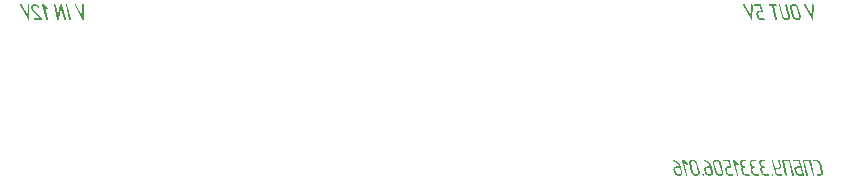
<source format=gbo>
G04*
G04 #@! TF.GenerationSoftware,Altium Limited,Altium Designer,19.1.6 (110)*
G04*
G04 Layer_Color=32896*
%FSLAX43Y43*%
%MOMM*%
G71*
G01*
G75*
G36*
X54064Y85669D02*
X54101Y85663D01*
X54134Y85653D01*
X54164Y85644D01*
X54189Y85634D01*
X54209Y85624D01*
X54214Y85622D01*
X54220Y85618D01*
X54222Y85616D01*
X54224D01*
X54261Y85591D01*
X54294Y85564D01*
X54324Y85533D01*
X54347Y85503D01*
X54369Y85478D01*
X54384Y85456D01*
X54388Y85449D01*
X54392Y85443D01*
X54396Y85439D01*
Y85437D01*
X54404Y85417D01*
X54406Y85406D01*
Y85396D01*
X54402Y85380D01*
X54396Y85369D01*
X54394Y85367D01*
Y85365D01*
X54376Y85353D01*
X54359Y85347D01*
X54351D01*
X54345Y85345D01*
X54339D01*
X54324Y85349D01*
X54310Y85353D01*
X54302Y85357D01*
X54300Y85359D01*
X54289Y85367D01*
X54279Y85376D01*
X54273Y85384D01*
X54271Y85388D01*
X54252Y85417D01*
X54232Y85441D01*
X54213Y85460D01*
X54195Y85476D01*
X54181Y85488D01*
X54170Y85495D01*
X54162Y85499D01*
X54160Y85501D01*
X54138Y85513D01*
X54117Y85521D01*
X54097Y85527D01*
X54080Y85531D01*
X54066Y85533D01*
X54055Y85535D01*
X54045D01*
X54015Y85533D01*
X53992Y85527D01*
X53982Y85525D01*
X53975Y85521D01*
X53971Y85519D01*
X53969D01*
X53945Y85505D01*
X53926Y85494D01*
X53914Y85482D01*
X53912Y85480D01*
X53910Y85478D01*
X53895Y85455D01*
X53883Y85431D01*
X53877Y85406D01*
X53875Y85384D01*
Y85365D01*
X53877Y85347D01*
X53879Y85337D01*
Y85336D01*
Y85334D01*
X53887Y85310D01*
X53895Y85291D01*
X53898Y85283D01*
X53900Y85277D01*
X53904Y85273D01*
Y85271D01*
X53926Y85240D01*
X53953Y85203D01*
X54655Y84432D01*
X54663Y84423D01*
X54669Y84411D01*
X54673Y84405D01*
Y84401D01*
X54675Y84389D01*
Y84387D01*
Y84386D01*
X54673Y84374D01*
X54669Y84362D01*
X54667Y84354D01*
X54665Y84352D01*
X54657Y84345D01*
X54649Y84339D01*
X54632Y84333D01*
X54620Y84329D01*
X54058D01*
X54035Y84333D01*
X54019Y84339D01*
X54008Y84345D01*
X54004Y84348D01*
X53990Y84364D01*
X53982Y84376D01*
X53978Y84386D01*
Y84389D01*
X53976Y84399D01*
Y84407D01*
X53980Y84423D01*
X53986Y84434D01*
X53988Y84436D01*
Y84438D01*
X53996Y84446D01*
X54004Y84452D01*
X54019Y84460D01*
X54031Y84462D01*
X54454D01*
X53848Y85129D01*
X53830Y85150D01*
X53815Y85170D01*
X53803Y85187D01*
X53791Y85203D01*
X53783Y85215D01*
X53778Y85224D01*
X53774Y85230D01*
X53772Y85232D01*
X53754Y85267D01*
X53748Y85283D01*
X53742Y85297D01*
X53738Y85308D01*
X53737Y85318D01*
X53735Y85324D01*
Y85326D01*
X53727Y85355D01*
X53725Y85378D01*
X53723Y85388D01*
Y85396D01*
Y85400D01*
Y85402D01*
X53725Y85437D01*
X53733Y85468D01*
X53744Y85497D01*
X53756Y85523D01*
X53768Y85542D01*
X53779Y85558D01*
X53787Y85568D01*
X53789Y85572D01*
X53807Y85589D01*
X53826Y85605D01*
X53846Y85618D01*
X53865Y85630D01*
X53904Y85648D01*
X53941Y85659D01*
X53975Y85665D01*
X53988Y85667D01*
X54002Y85669D01*
X54012Y85671D01*
X54025D01*
X54064Y85669D01*
D02*
G37*
G36*
X54767Y85665D02*
X54784Y85659D01*
X54794Y85653D01*
X54796Y85650D01*
X54798D01*
X55149Y85369D01*
X55157Y85359D01*
X55163Y85351D01*
X55170Y85337D01*
X55174Y85332D01*
Y85330D01*
X55178Y85320D01*
Y85316D01*
Y85314D01*
X55176Y85300D01*
X55172Y85291D01*
X55168Y85283D01*
X55166Y85281D01*
X55159Y85273D01*
X55151Y85267D01*
X55133Y85261D01*
X55125Y85259D01*
X55120Y85257D01*
X55114D01*
X55094Y85261D01*
X55079Y85267D01*
X55067Y85273D01*
X55065Y85277D01*
X55063D01*
X54872Y85429D01*
X55131Y84397D01*
Y84386D01*
Y84376D01*
X55125Y84360D01*
X55120Y84350D01*
X55116Y84347D01*
X55096Y84337D01*
X55083Y84331D01*
X55073Y84329D01*
X55071D01*
X55049Y84331D01*
X55032Y84339D01*
X55020Y84345D01*
X55018Y84347D01*
X55016D01*
X55003Y84360D01*
X54995Y84374D01*
X54991Y84386D01*
X54989Y84387D01*
Y84389D01*
X54687Y85599D01*
X54683Y85611D01*
Y85613D01*
Y85614D01*
X54685Y85626D01*
X54688Y85638D01*
X54694Y85646D01*
X54696Y85648D01*
X54704Y85655D01*
X54712Y85659D01*
X54729Y85667D01*
X54741Y85669D01*
X54747D01*
X54767Y85665D01*
D02*
G37*
G36*
X56294D02*
X56310Y85659D01*
X56321Y85652D01*
X56323Y85650D01*
X56325Y85648D01*
X56339Y85632D01*
X56349Y85618D01*
X56352Y85611D01*
X56354Y85607D01*
X56657Y84399D01*
X56659Y84391D01*
X56661Y84384D01*
Y84380D01*
Y84378D01*
X56659Y84364D01*
X56651Y84354D01*
X56645Y84348D01*
X56643Y84347D01*
X56624Y84337D01*
X56610Y84331D01*
X56600Y84329D01*
X56598D01*
X56577Y84331D01*
X56559Y84339D01*
X56548Y84345D01*
X56546Y84347D01*
X56544D01*
X56530Y84360D01*
X56520Y84374D01*
X56516Y84386D01*
X56514Y84387D01*
Y84389D01*
X56292Y85281D01*
X56099Y84368D01*
X56077Y84339D01*
X56042Y84329D01*
X56021Y84333D01*
X56001Y84339D01*
X55990Y84345D01*
X55988Y84348D01*
X55986D01*
X55978Y84358D01*
X55970Y84366D01*
X55962Y84378D01*
X55956Y84387D01*
Y84389D01*
X55654Y85597D01*
X55652Y85605D01*
X55650Y85611D01*
Y85614D01*
Y85616D01*
X55652Y85630D01*
X55658Y85642D01*
X55666Y85650D01*
X55668Y85652D01*
X55681Y85661D01*
X55697Y85667D01*
X55709Y85669D01*
X55724D01*
X55734Y85665D01*
X55752Y85659D01*
X55763Y85652D01*
X55765Y85650D01*
X55767Y85648D01*
X55781Y85632D01*
X55789Y85618D01*
X55793Y85611D01*
X55795Y85607D01*
X56019Y84715D01*
X56212Y85626D01*
X56218Y85642D01*
X56226Y85652D01*
X56233Y85657D01*
X56235Y85659D01*
X56249Y85665D01*
X56261Y85667D01*
X56269Y85669D01*
X56282D01*
X56294Y85665D01*
D02*
G37*
G36*
X58141Y85663D02*
X58159Y85657D01*
X58171Y85652D01*
X58172Y85648D01*
X58174D01*
X58188Y85634D01*
X58198Y85620D01*
X58202Y85609D01*
X58204Y85607D01*
Y85605D01*
X58206Y85589D01*
X58180Y84389D01*
X58178Y84370D01*
X58171Y84354D01*
X58161Y84345D01*
X58151Y84337D01*
X58139Y84333D01*
X58132Y84331D01*
X58124Y84329D01*
X58122D01*
X58104Y84331D01*
X58089Y84337D01*
X58075Y84347D01*
X58063Y84356D01*
X58053Y84364D01*
X58048Y84374D01*
X58044Y84380D01*
X58042Y84382D01*
X57418Y85581D01*
X57412Y85597D01*
X57410Y85609D01*
Y85611D01*
Y85613D01*
X57412Y85626D01*
X57416Y85636D01*
X57420Y85644D01*
X57421Y85646D01*
X57429Y85653D01*
X57437Y85657D01*
X57455Y85665D01*
X57462D01*
X57468Y85667D01*
X57474D01*
X57494Y85663D01*
X57507Y85657D01*
X57517Y85653D01*
X57521Y85652D01*
X57533Y85640D01*
X57540Y85630D01*
X57544Y85622D01*
X57546Y85620D01*
X58040Y84676D01*
X58059Y85614D01*
X58063Y85626D01*
X58067Y85634D01*
X58075Y85648D01*
X58083Y85653D01*
X58085Y85655D01*
X58096Y85663D01*
X58108Y85665D01*
X58116Y85667D01*
X58120D01*
X58141Y85663D01*
D02*
G37*
G36*
X53526D02*
X53543Y85657D01*
X53555Y85652D01*
X53557Y85648D01*
X53559D01*
X53573Y85634D01*
X53582Y85620D01*
X53586Y85609D01*
X53588Y85607D01*
Y85605D01*
X53590Y85589D01*
X53565Y84389D01*
X53563Y84370D01*
X53555Y84354D01*
X53545Y84345D01*
X53536Y84337D01*
X53524Y84333D01*
X53516Y84331D01*
X53508Y84329D01*
X53506D01*
X53489Y84331D01*
X53473Y84337D01*
X53460Y84347D01*
X53448Y84356D01*
X53438Y84364D01*
X53432Y84374D01*
X53428Y84380D01*
X53426Y84382D01*
X52802Y85581D01*
X52796Y85597D01*
X52794Y85609D01*
Y85611D01*
Y85613D01*
X52796Y85626D01*
X52800Y85636D01*
X52804Y85644D01*
X52806Y85646D01*
X52814Y85653D01*
X52822Y85657D01*
X52839Y85665D01*
X52847D01*
X52853Y85667D01*
X52859D01*
X52878Y85663D01*
X52892Y85657D01*
X52902Y85653D01*
X52906Y85652D01*
X52917Y85640D01*
X52925Y85630D01*
X52929Y85622D01*
X52931Y85620D01*
X53424Y84676D01*
X53444Y85614D01*
X53448Y85626D01*
X53452Y85634D01*
X53460Y85648D01*
X53467Y85653D01*
X53469Y85655D01*
X53481Y85663D01*
X53493Y85665D01*
X53501Y85667D01*
X53504D01*
X53526Y85663D01*
D02*
G37*
G36*
X56731Y85665D02*
X56748Y85659D01*
X56760Y85652D01*
X56762Y85650D01*
X56764Y85648D01*
X56778Y85632D01*
X56786Y85618D01*
X56789Y85611D01*
X56791Y85607D01*
X57094Y84399D01*
X57096Y84391D01*
X57098Y84384D01*
Y84380D01*
Y84378D01*
X57096Y84364D01*
X57090Y84354D01*
X57084Y84348D01*
X57082Y84347D01*
X57061Y84337D01*
X57047Y84331D01*
X57037Y84329D01*
X57035D01*
X57014Y84331D01*
X56998Y84339D01*
X56986Y84345D01*
X56985Y84347D01*
X56983D01*
X56969Y84360D01*
X56959Y84374D01*
X56955Y84386D01*
X56953Y84387D01*
Y84389D01*
X56651Y85597D01*
X56649Y85605D01*
Y85611D01*
Y85614D01*
Y85616D01*
X56651Y85630D01*
X56657Y85642D01*
X56663Y85650D01*
X56665Y85652D01*
X56678Y85661D01*
X56694Y85667D01*
X56706Y85669D01*
X56721D01*
X56731Y85665D01*
D02*
G37*
G36*
X119911Y85664D02*
X119929Y85658D01*
X119941Y85653D01*
X119943Y85649D01*
X119945D01*
X119958Y85635D01*
X119968Y85621D01*
X119972Y85610D01*
X119974Y85608D01*
Y85606D01*
X119976Y85590D01*
X119950Y84390D01*
X119949Y84371D01*
X119941Y84355D01*
X119931Y84346D01*
X119921Y84338D01*
X119910Y84334D01*
X119902Y84332D01*
X119894Y84330D01*
X119892D01*
X119874Y84332D01*
X119859Y84338D01*
X119845Y84347D01*
X119833Y84357D01*
X119824Y84365D01*
X119818Y84375D01*
X119814Y84381D01*
X119812Y84383D01*
X119188Y85582D01*
X119182Y85598D01*
X119180Y85610D01*
Y85612D01*
Y85614D01*
X119182Y85627D01*
X119186Y85637D01*
X119190Y85645D01*
X119192Y85647D01*
X119199Y85654D01*
X119207Y85658D01*
X119225Y85666D01*
X119233D01*
X119238Y85668D01*
X119244D01*
X119264Y85664D01*
X119277Y85658D01*
X119287Y85654D01*
X119291Y85653D01*
X119303Y85641D01*
X119311Y85631D01*
X119315Y85623D01*
X119316Y85621D01*
X119810Y84677D01*
X119830Y85615D01*
X119833Y85627D01*
X119837Y85635D01*
X119845Y85649D01*
X119853Y85654D01*
X119855Y85656D01*
X119867Y85664D01*
X119878Y85666D01*
X119886Y85668D01*
X119890D01*
X119911Y85664D01*
D02*
G37*
G36*
X114756D02*
X114773Y85658D01*
X114785Y85653D01*
X114787Y85649D01*
X114789D01*
X114803Y85635D01*
X114812Y85621D01*
X114816Y85610D01*
X114818Y85608D01*
Y85606D01*
X114820Y85590D01*
X114795Y84390D01*
X114793Y84371D01*
X114785Y84355D01*
X114775Y84346D01*
X114765Y84338D01*
X114754Y84334D01*
X114746Y84332D01*
X114738Y84330D01*
X114736D01*
X114719Y84332D01*
X114703Y84338D01*
X114689Y84347D01*
X114678Y84357D01*
X114668Y84365D01*
X114662Y84375D01*
X114658Y84381D01*
X114656Y84383D01*
X114032Y85582D01*
X114026Y85598D01*
X114024Y85610D01*
Y85612D01*
Y85614D01*
X114026Y85627D01*
X114030Y85637D01*
X114034Y85645D01*
X114036Y85647D01*
X114044Y85654D01*
X114051Y85658D01*
X114069Y85666D01*
X114077D01*
X114083Y85668D01*
X114089D01*
X114108Y85664D01*
X114122Y85658D01*
X114131Y85654D01*
X114135Y85653D01*
X114147Y85641D01*
X114155Y85631D01*
X114159Y85623D01*
X114161Y85621D01*
X114654Y84677D01*
X114674Y85615D01*
X114678Y85627D01*
X114682Y85635D01*
X114689Y85649D01*
X114697Y85654D01*
X114699Y85656D01*
X114711Y85664D01*
X114723Y85666D01*
X114730Y85668D01*
X114734D01*
X114756Y85664D01*
D02*
G37*
G36*
X117672Y85666D02*
X117690Y85660D01*
X117701Y85653D01*
X117703Y85651D01*
X117705Y85649D01*
X117719Y85633D01*
X117729Y85619D01*
X117732Y85612D01*
X117734Y85608D01*
X117976Y84630D01*
X117982Y84603D01*
X117986Y84580D01*
X117988Y84572D01*
Y84564D01*
Y84560D01*
Y84558D01*
X117986Y84529D01*
X117980Y84504D01*
X117972Y84480D01*
X117963Y84459D01*
X117953Y84441D01*
X117945Y84429D01*
X117939Y84420D01*
X117937Y84418D01*
X117924Y84402D01*
X117908Y84388D01*
X117875Y84367D01*
X117844Y84351D01*
X117812Y84342D01*
X117785Y84334D01*
X117764Y84332D01*
X117756Y84330D01*
X117651D01*
X117627Y84332D01*
X117604Y84334D01*
X117561Y84344D01*
X117520Y84357D01*
X117487Y84373D01*
X117457Y84388D01*
X117446Y84396D01*
X117436Y84402D01*
X117426Y84408D01*
X117420Y84412D01*
X117418Y84416D01*
X117416D01*
X117379Y84451D01*
X117348Y84486D01*
X117325Y84521D01*
X117305Y84552D01*
X117294Y84582D01*
X117284Y84605D01*
X117282Y84613D01*
X117280Y84619D01*
X117278Y84623D01*
Y84624D01*
X117034Y85600D01*
X117030Y85612D01*
Y85615D01*
Y85617D01*
X117032Y85631D01*
X117036Y85641D01*
X117042Y85649D01*
X117044Y85651D01*
X117060Y85662D01*
X117075Y85668D01*
X117087Y85670D01*
X117102D01*
X117114Y85666D01*
X117132Y85660D01*
X117143Y85653D01*
X117145Y85651D01*
X117147Y85649D01*
X117161Y85633D01*
X117169Y85619D01*
X117173Y85612D01*
X117175Y85608D01*
X117418Y84630D01*
X117428Y84605D01*
X117440Y84582D01*
X117454Y84560D01*
X117467Y84543D01*
X117479Y84529D01*
X117491Y84519D01*
X117498Y84511D01*
X117500Y84509D01*
X117524Y84494D01*
X117547Y84482D01*
X117569Y84474D01*
X117586Y84468D01*
X117604Y84465D01*
X117615Y84463D01*
X117721D01*
X117742Y84465D01*
X117760Y84470D01*
X117777Y84478D01*
X117791Y84486D01*
X117801Y84494D01*
X117811Y84502D01*
X117814Y84507D01*
X117816Y84509D01*
X117828Y84527D01*
X117836Y84546D01*
X117838Y84566D01*
X117840Y84585D01*
Y84601D01*
X117838Y84613D01*
X117836Y84621D01*
Y84624D01*
X117592Y85600D01*
X117590Y85612D01*
Y85621D01*
X117594Y85637D01*
X117600Y85647D01*
X117604Y85651D01*
X117619Y85662D01*
X117633Y85668D01*
X117645Y85670D01*
X117660D01*
X117672Y85666D01*
D02*
G37*
G36*
X118366D02*
X118409Y85656D01*
X118450Y85641D01*
X118485Y85625D01*
X118515Y85610D01*
X118526Y85602D01*
X118536Y85594D01*
X118544Y85588D01*
X118550Y85584D01*
X118554Y85582D01*
X118556Y85580D01*
X118593Y85547D01*
X118622Y85512D01*
X118645Y85477D01*
X118665Y85446D01*
X118677Y85416D01*
X118686Y85395D01*
X118688Y85387D01*
X118690Y85381D01*
X118692Y85377D01*
Y85376D01*
X118878Y84630D01*
X118883Y84603D01*
X118887Y84580D01*
X118889Y84572D01*
Y84564D01*
Y84560D01*
Y84558D01*
X118887Y84529D01*
X118881Y84504D01*
X118874Y84480D01*
X118864Y84459D01*
X118854Y84441D01*
X118846Y84429D01*
X118840Y84420D01*
X118839Y84418D01*
X118825Y84402D01*
X118809Y84388D01*
X118776Y84367D01*
X118745Y84351D01*
X118714Y84342D01*
X118686Y84334D01*
X118665Y84332D01*
X118657Y84330D01*
X118552D01*
X118528Y84332D01*
X118505Y84334D01*
X118462Y84344D01*
X118421Y84357D01*
X118388Y84373D01*
X118359Y84388D01*
X118347Y84396D01*
X118337Y84402D01*
X118327Y84408D01*
X118322Y84412D01*
X118320Y84416D01*
X118318D01*
X118281Y84451D01*
X118249Y84486D01*
X118226Y84521D01*
X118207Y84552D01*
X118195Y84582D01*
X118185Y84605D01*
X118183Y84613D01*
X118181Y84619D01*
X118179Y84623D01*
Y84624D01*
X117992Y85366D01*
X117986Y85395D01*
X117984Y85418D01*
X117982Y85428D01*
Y85434D01*
Y85438D01*
Y85440D01*
X117984Y85469D01*
X117990Y85495D01*
X117998Y85520D01*
X118006Y85539D01*
X118013Y85555D01*
X118021Y85569D01*
X118027Y85576D01*
X118029Y85578D01*
X118043Y85594D01*
X118058Y85610D01*
X118089Y85631D01*
X118123Y85649D01*
X118154Y85658D01*
X118183Y85666D01*
X118205Y85668D01*
X118214Y85670D01*
X118343D01*
X118366Y85666D01*
D02*
G37*
G36*
X116790Y85668D02*
X116802Y85666D01*
X116822Y85658D01*
X116833Y85649D01*
X116835Y85647D01*
X116837Y85645D01*
X116849Y85629D01*
X116857Y85617D01*
X116861Y85610D01*
Y85608D01*
X116862Y85590D01*
X116861Y85574D01*
X116857Y85565D01*
X116855Y85563D01*
Y85561D01*
X116847Y85553D01*
X116839Y85547D01*
X116822Y85541D01*
X116814Y85539D01*
X116808Y85537D01*
X116599D01*
X116882Y84400D01*
X116884Y84392D01*
X116886Y84385D01*
Y84381D01*
Y84379D01*
X116884Y84365D01*
X116878Y84355D01*
X116872Y84349D01*
X116870Y84347D01*
X116851Y84338D01*
X116835Y84332D01*
X116827Y84330D01*
X116823D01*
X116802Y84332D01*
X116786Y84340D01*
X116775Y84346D01*
X116773Y84347D01*
X116771D01*
X116757Y84361D01*
X116747Y84375D01*
X116743Y84386D01*
X116742Y84388D01*
Y84390D01*
X116455Y85537D01*
X116242D01*
X116219Y85541D01*
X116203Y85547D01*
X116191Y85553D01*
X116188Y85557D01*
X116174Y85573D01*
X116164Y85586D01*
X116160Y85596D01*
X116158Y85600D01*
Y85608D01*
Y85612D01*
X116160Y85625D01*
X116164Y85635D01*
X116168Y85643D01*
X116170Y85647D01*
X116178Y85654D01*
X116186Y85660D01*
X116201Y85668D01*
X116213Y85670D01*
X116779D01*
X116790Y85668D01*
D02*
G37*
G36*
X115491D02*
X115509Y85660D01*
X115522Y85651D01*
X115534Y85639D01*
X115542Y85627D01*
X115546Y85617D01*
X115550Y85610D01*
Y85608D01*
X115688Y85048D01*
X115690Y85036D01*
X115692Y85024D01*
X115686Y85007D01*
X115678Y84995D01*
X115667Y84987D01*
X115653Y84981D01*
X115641Y84980D01*
X115634Y84978D01*
X115397D01*
X115374Y84976D01*
X115355Y84970D01*
X115339Y84962D01*
X115325Y84954D01*
X115314Y84946D01*
X115306Y84939D01*
X115302Y84933D01*
X115300Y84931D01*
X115288Y84913D01*
X115282Y84894D01*
X115278Y84876D01*
Y84857D01*
Y84841D01*
X115280Y84829D01*
X115282Y84822D01*
Y84818D01*
X115327Y84632D01*
X115337Y84607D01*
X115349Y84584D01*
X115360Y84562D01*
X115374Y84545D01*
X115388Y84531D01*
X115397Y84521D01*
X115405Y84513D01*
X115407Y84511D01*
X115431Y84496D01*
X115452Y84484D01*
X115474Y84474D01*
X115495Y84468D01*
X115511Y84465D01*
X115524Y84463D01*
X115768D01*
X115782Y84461D01*
X115793Y84459D01*
X115811Y84451D01*
X115823Y84441D01*
X115825Y84439D01*
X115827Y84437D01*
X115840Y84422D01*
X115848Y84410D01*
X115850Y84402D01*
X115852Y84400D01*
X115854Y84388D01*
Y84385D01*
Y84383D01*
X115852Y84371D01*
X115850Y84361D01*
X115848Y84353D01*
X115846Y84351D01*
X115838Y84344D01*
X115829Y84340D01*
X115811Y84332D01*
X115803D01*
X115797Y84330D01*
X115559D01*
X115536Y84332D01*
X115513Y84334D01*
X115470Y84344D01*
X115431Y84357D01*
X115396Y84373D01*
X115366Y84388D01*
X115355Y84396D01*
X115345Y84402D01*
X115337Y84408D01*
X115329Y84412D01*
X115327Y84416D01*
X115325D01*
X115288Y84451D01*
X115257Y84486D01*
X115234Y84521D01*
X115214Y84552D01*
X115202Y84582D01*
X115193Y84605D01*
X115191Y84613D01*
X115189Y84619D01*
X115187Y84623D01*
Y84624D01*
X115140Y84810D01*
X115136Y84831D01*
X115134Y84853D01*
Y84894D01*
X115140Y84929D01*
X115148Y84960D01*
X115160Y84985D01*
X115169Y85005D01*
X115175Y85017D01*
X115179Y85019D01*
Y85020D01*
X115193Y85036D01*
X115206Y85052D01*
X115238Y85073D01*
X115271Y85091D01*
X115302Y85100D01*
X115329Y85108D01*
X115353Y85110D01*
X115362Y85112D01*
X115530D01*
X115423Y85537D01*
X115025D01*
X115001Y85541D01*
X114986Y85547D01*
X114974Y85553D01*
X114970Y85557D01*
X114957Y85573D01*
X114949Y85586D01*
X114945Y85596D01*
X114943Y85600D01*
X114941Y85610D01*
Y85612D01*
Y85614D01*
X114943Y85625D01*
X114947Y85635D01*
X114951Y85643D01*
X114953Y85645D01*
X114961Y85653D01*
X114968Y85660D01*
X114984Y85666D01*
X114996Y85670D01*
X115468D01*
X115491Y85668D01*
D02*
G37*
G36*
X113232Y72478D02*
X113250Y72472D01*
X113259Y72466D01*
X113261Y72462D01*
X113263D01*
X113615Y72182D01*
X113622Y72172D01*
X113628Y72164D01*
X113636Y72150D01*
X113640Y72145D01*
Y72143D01*
X113644Y72133D01*
Y72129D01*
Y72127D01*
X113642Y72113D01*
X113638Y72104D01*
X113634Y72096D01*
X113632Y72094D01*
X113624Y72086D01*
X113616Y72080D01*
X113599Y72074D01*
X113591Y72072D01*
X113585Y72070D01*
X113579D01*
X113560Y72074D01*
X113544Y72080D01*
X113533Y72086D01*
X113531Y72090D01*
X113529D01*
X113338Y72242D01*
X113597Y71210D01*
Y71198D01*
Y71189D01*
X113591Y71173D01*
X113585Y71163D01*
X113581Y71159D01*
X113562Y71150D01*
X113548Y71144D01*
X113538Y71142D01*
X113536D01*
X113515Y71144D01*
X113497Y71152D01*
X113486Y71157D01*
X113484Y71159D01*
X113482D01*
X113468Y71173D01*
X113460Y71187D01*
X113457Y71198D01*
X113455Y71200D01*
Y71202D01*
X113152Y72412D01*
X113148Y72423D01*
Y72425D01*
Y72427D01*
X113150Y72439D01*
X113154Y72451D01*
X113160Y72459D01*
X113162Y72461D01*
X113170Y72468D01*
X113178Y72472D01*
X113195Y72480D01*
X113207Y72482D01*
X113213D01*
X113232Y72478D01*
D02*
G37*
G36*
X108933D02*
X108950Y72472D01*
X108960Y72466D01*
X108962Y72462D01*
X108964D01*
X109315Y72182D01*
X109323Y72172D01*
X109329Y72164D01*
X109337Y72150D01*
X109340Y72145D01*
Y72143D01*
X109344Y72133D01*
Y72129D01*
Y72127D01*
X109342Y72113D01*
X109339Y72104D01*
X109335Y72096D01*
X109333Y72094D01*
X109325Y72086D01*
X109317Y72080D01*
X109300Y72074D01*
X109292Y72072D01*
X109286Y72070D01*
X109280D01*
X109261Y72074D01*
X109245Y72080D01*
X109233Y72086D01*
X109231Y72090D01*
X109229D01*
X109038Y72242D01*
X109298Y71210D01*
Y71198D01*
Y71189D01*
X109292Y71173D01*
X109286Y71163D01*
X109282Y71159D01*
X109262Y71150D01*
X109249Y71144D01*
X109239Y71142D01*
X109237D01*
X109216Y71144D01*
X109198Y71152D01*
X109186Y71157D01*
X109184Y71159D01*
X109182D01*
X109169Y71173D01*
X109161Y71187D01*
X109157Y71198D01*
X109155Y71200D01*
Y71202D01*
X108853Y72412D01*
X108849Y72423D01*
Y72425D01*
Y72427D01*
X108851Y72439D01*
X108855Y72451D01*
X108861Y72459D01*
X108863Y72461D01*
X108870Y72468D01*
X108878Y72472D01*
X108896Y72480D01*
X108907Y72482D01*
X108913D01*
X108933Y72478D01*
D02*
G37*
G36*
X117071Y72478D02*
X117089Y72472D01*
X117100Y72464D01*
X117102Y72462D01*
X117104Y72461D01*
X117118Y72445D01*
X117126Y72431D01*
X117130Y72423D01*
X117132Y72420D01*
X117237Y72000D01*
X117243Y71971D01*
X117245Y71938D01*
X117243Y71887D01*
X117239Y71868D01*
X117231Y71850D01*
X117225Y71832D01*
X117217Y71819D01*
X117212Y71807D01*
X117206Y71797D01*
X117202Y71791D01*
X117200Y71789D01*
X117184Y71774D01*
X117169Y71760D01*
X117136Y71737D01*
X117102Y71721D01*
X117071Y71709D01*
X117044Y71704D01*
X117022Y71700D01*
X117015Y71698D01*
X116753D01*
X116818Y71442D01*
X116827Y71417D01*
X116839Y71393D01*
X116853Y71372D01*
X116866Y71354D01*
X116878Y71341D01*
X116890Y71331D01*
X116898Y71323D01*
X116900Y71321D01*
X116923Y71306D01*
X116946Y71294D01*
X116968Y71286D01*
X116985Y71280D01*
X117003Y71276D01*
X117015Y71274D01*
X117258D01*
X117272Y71273D01*
X117284Y71271D01*
X117301Y71263D01*
X117313Y71253D01*
X117315Y71251D01*
X117317Y71249D01*
X117329Y71234D01*
X117336Y71222D01*
X117340Y71214D01*
Y71212D01*
X117344Y71200D01*
Y71196D01*
Y71195D01*
X117342Y71183D01*
X117340Y71173D01*
X117338Y71165D01*
X117336Y71163D01*
X117329Y71155D01*
X117319Y71152D01*
X117301Y71144D01*
X117294D01*
X117288Y71142D01*
X117050D01*
X117026Y71144D01*
X117003Y71146D01*
X116960Y71155D01*
X116919Y71169D01*
X116884Y71185D01*
X116855Y71200D01*
X116843Y71208D01*
X116833Y71214D01*
X116825Y71220D01*
X116820Y71224D01*
X116816Y71228D01*
X116814D01*
X116777Y71263D01*
X116745Y71298D01*
X116722Y71333D01*
X116703Y71364D01*
X116691Y71393D01*
X116681Y71417D01*
X116679Y71425D01*
X116677Y71431D01*
X116675Y71434D01*
Y71436D01*
X116431Y72412D01*
X116429Y72423D01*
Y72427D01*
Y72429D01*
X116431Y72443D01*
X116435Y72453D01*
X116441Y72461D01*
X116443Y72462D01*
X116459Y72474D01*
X116474Y72480D01*
X116486Y72482D01*
X116502D01*
X116511Y72478D01*
X116529Y72472D01*
X116541Y72464D01*
X116543Y72462D01*
X116545Y72461D01*
X116558Y72445D01*
X116568Y72431D01*
X116572Y72423D01*
X116574Y72420D01*
X116720Y71832D01*
X116980D01*
X117003Y71834D01*
X117022Y71840D01*
X117040Y71846D01*
X117054Y71856D01*
X117065Y71864D01*
X117073Y71869D01*
X117077Y71875D01*
X117079Y71877D01*
X117089Y71897D01*
X117095Y71916D01*
X117099Y71936D01*
Y71953D01*
Y71969D01*
X117097Y71983D01*
X117095Y71990D01*
Y71994D01*
X116991Y72412D01*
X116989Y72423D01*
Y72433D01*
X116993Y72449D01*
X116997Y72459D01*
X117001Y72462D01*
X117017Y72474D01*
X117032Y72480D01*
X117044Y72482D01*
X117059D01*
X117071Y72478D01*
D02*
G37*
G36*
X120253D02*
X120298Y72468D01*
X120339Y72453D01*
X120374Y72437D01*
X120403Y72422D01*
X120415Y72414D01*
X120424Y72406D01*
X120432Y72400D01*
X120438Y72396D01*
X120442Y72394D01*
X120444Y72392D01*
X120481Y72359D01*
X120510Y72324D01*
X120534Y72289D01*
X120551Y72258D01*
X120565Y72228D01*
X120573Y72207D01*
X120575Y72199D01*
X120577Y72193D01*
X120579Y72189D01*
Y72187D01*
X120766Y71442D01*
X120772Y71415D01*
X120774Y71393D01*
X120776Y71384D01*
Y71378D01*
Y71374D01*
Y71372D01*
X120774Y71343D01*
X120768Y71315D01*
X120760Y71292D01*
X120750Y71273D01*
X120742Y71255D01*
X120735Y71243D01*
X120729Y71234D01*
X120727Y71232D01*
X120713Y71216D01*
X120698Y71202D01*
X120664Y71179D01*
X120633Y71163D01*
X120602Y71154D01*
X120575Y71146D01*
X120551Y71144D01*
X120543Y71142D01*
X120300D01*
X120276Y71146D01*
X120261Y71152D01*
X120249Y71157D01*
X120245Y71161D01*
X120231Y71177D01*
X120222Y71189D01*
X120218Y71198D01*
X120216Y71202D01*
Y71212D01*
Y71220D01*
X120222Y71235D01*
X120227Y71247D01*
X120229Y71249D01*
Y71251D01*
X120235Y71259D01*
X120243Y71265D01*
X120259Y71273D01*
X120270Y71274D01*
X120508D01*
X120530Y71276D01*
X120549Y71282D01*
X120567Y71288D01*
X120581Y71298D01*
X120592Y71306D01*
X120600Y71312D01*
X120604Y71317D01*
X120606Y71319D01*
X120618Y71339D01*
X120623Y71358D01*
X120627Y71378D01*
Y71395D01*
Y71411D01*
X120625Y71425D01*
X120623Y71432D01*
Y71436D01*
X120438Y72180D01*
X120428Y72205D01*
X120417Y72228D01*
X120405Y72250D01*
X120391Y72267D01*
X120378Y72281D01*
X120368Y72293D01*
X120360Y72299D01*
X120358Y72301D01*
X120335Y72316D01*
X120311Y72328D01*
X120290Y72338D01*
X120270Y72343D01*
X120253Y72347D01*
X120241Y72349D01*
X119997D01*
X119974Y72353D01*
X119958Y72359D01*
X119947Y72365D01*
X119943Y72369D01*
X119929Y72384D01*
X119919Y72398D01*
X119915Y72408D01*
X119913Y72412D01*
Y72420D01*
Y72423D01*
X119915Y72437D01*
X119919Y72447D01*
X119923Y72455D01*
X119925Y72459D01*
X119933Y72466D01*
X119941Y72472D01*
X119956Y72480D01*
X119968Y72482D01*
X120229D01*
X120253Y72478D01*
D02*
G37*
G36*
X119683Y72480D02*
X119703Y72472D01*
X119716Y72462D01*
X119726Y72451D01*
X119734Y72439D01*
X119738Y72429D01*
X119742Y72422D01*
Y72420D01*
X120044Y71212D01*
X120046Y71204D01*
X120048Y71196D01*
Y71193D01*
Y71191D01*
X120046Y71177D01*
X120040Y71167D01*
X120034Y71161D01*
X120032Y71159D01*
X120011Y71150D01*
X119997Y71144D01*
X119988Y71142D01*
X119986D01*
X119964Y71144D01*
X119949Y71152D01*
X119937Y71157D01*
X119935Y71159D01*
X119933D01*
X119919Y71173D01*
X119909Y71187D01*
X119906Y71198D01*
X119904Y71200D01*
Y71202D01*
X119617Y72349D01*
X119203D01*
X119486Y71210D01*
X119488Y71198D01*
Y71189D01*
X119484Y71173D01*
X119478Y71163D01*
X119474Y71159D01*
X119453Y71150D01*
X119439Y71144D01*
X119430Y71142D01*
X119428D01*
X119406Y71144D01*
X119391Y71152D01*
X119379Y71157D01*
X119377Y71159D01*
X119375D01*
X119361Y71173D01*
X119352Y71187D01*
X119348Y71198D01*
X119346Y71200D01*
Y71202D01*
X119041Y72412D01*
X119039Y72420D01*
Y72425D01*
Y72429D01*
Y72431D01*
X119041Y72449D01*
X119049Y72461D01*
X119059Y72470D01*
X119071Y72476D01*
X119082Y72480D01*
X119092Y72482D01*
X119662D01*
X119683Y72480D01*
D02*
G37*
G36*
X118809D02*
X118827Y72472D01*
X118840Y72462D01*
X118852Y72451D01*
X118860Y72439D01*
X118864Y72429D01*
X118868Y72422D01*
Y72420D01*
X119170Y71212D01*
X119172Y71204D01*
Y71196D01*
Y71191D01*
Y71189D01*
X119170Y71173D01*
X119162Y71161D01*
X119153Y71154D01*
X119141Y71148D01*
X119129Y71144D01*
X119119Y71142D01*
X118786D01*
X118762Y71144D01*
X118739Y71146D01*
X118696Y71155D01*
X118655Y71169D01*
X118620Y71185D01*
X118591Y71200D01*
X118579Y71208D01*
X118569Y71214D01*
X118562Y71220D01*
X118556Y71224D01*
X118552Y71228D01*
X118550D01*
X118513Y71263D01*
X118482Y71298D01*
X118458Y71333D01*
X118439Y71364D01*
X118427Y71393D01*
X118417Y71417D01*
X118415Y71425D01*
X118413Y71431D01*
X118411Y71434D01*
Y71436D01*
X118365Y71622D01*
X118359Y71653D01*
X118357Y71684D01*
Y71735D01*
X118361Y71756D01*
X118368Y71774D01*
X118374Y71791D01*
X118382Y71805D01*
X118388Y71819D01*
X118394Y71827D01*
X118398Y71832D01*
X118400Y71834D01*
X118413Y71850D01*
X118429Y71864D01*
X118462Y71887D01*
X118495Y71903D01*
X118526Y71912D01*
X118554Y71920D01*
X118577Y71922D01*
X118587Y71924D01*
X118848D01*
X118741Y72349D01*
X118298D01*
X118275Y72353D01*
X118257Y72359D01*
X118246Y72365D01*
X118242Y72369D01*
X118228Y72384D01*
X118220Y72398D01*
X118216Y72408D01*
X118214Y72412D01*
X118212Y72420D01*
Y72423D01*
X118214Y72437D01*
X118218Y72447D01*
X118224Y72455D01*
X118226Y72459D01*
X118234Y72466D01*
X118242Y72472D01*
X118257Y72480D01*
X118269Y72482D01*
X118786D01*
X118809Y72480D01*
D02*
G37*
G36*
X117931D02*
X117951Y72472D01*
X117965Y72462D01*
X117974Y72451D01*
X117982Y72439D01*
X117986Y72429D01*
X117990Y72422D01*
Y72420D01*
X118292Y71212D01*
X118294Y71204D01*
X118296Y71196D01*
Y71193D01*
Y71191D01*
X118294Y71177D01*
X118288Y71167D01*
X118283Y71161D01*
X118281Y71159D01*
X118259Y71150D01*
X118246Y71144D01*
X118236Y71142D01*
X118234D01*
X118212Y71144D01*
X118197Y71152D01*
X118185Y71157D01*
X118183Y71159D01*
X118181D01*
X118168Y71173D01*
X118158Y71187D01*
X118154Y71198D01*
X118152Y71200D01*
Y71202D01*
X117865Y72349D01*
X117452D01*
X117734Y71210D01*
X117736Y71198D01*
Y71189D01*
X117732Y71173D01*
X117727Y71163D01*
X117723Y71159D01*
X117701Y71150D01*
X117688Y71144D01*
X117678Y71142D01*
X117676D01*
X117654Y71144D01*
X117639Y71152D01*
X117627Y71157D01*
X117625Y71159D01*
X117623D01*
X117610Y71173D01*
X117600Y71187D01*
X117596Y71198D01*
X117594Y71200D01*
Y71202D01*
X117290Y72412D01*
X117288Y72420D01*
Y72425D01*
Y72429D01*
Y72431D01*
X117290Y72449D01*
X117297Y72461D01*
X117307Y72470D01*
X117319Y72476D01*
X117331Y72480D01*
X117340Y72482D01*
X117910D01*
X117931Y72480D01*
D02*
G37*
G36*
X116496Y71273D02*
X116507Y71271D01*
X116525Y71263D01*
X116537Y71253D01*
X116539Y71251D01*
X116541Y71249D01*
X116554Y71234D01*
X116562Y71222D01*
X116564Y71214D01*
X116566Y71212D01*
X116568Y71200D01*
Y71196D01*
Y71195D01*
X116566Y71183D01*
X116564Y71173D01*
X116562Y71165D01*
X116560Y71163D01*
X116552Y71155D01*
X116543Y71152D01*
X116525Y71144D01*
X116517D01*
X116511Y71142D01*
X116505D01*
X116482Y71146D01*
X116466Y71152D01*
X116455Y71157D01*
X116451Y71161D01*
X116437Y71177D01*
X116429Y71189D01*
X116426Y71198D01*
X116424Y71202D01*
X116422Y71212D01*
Y71216D01*
X116424Y71228D01*
X116427Y71239D01*
X116431Y71247D01*
X116433Y71249D01*
X116441Y71257D01*
X116449Y71265D01*
X116465Y71271D01*
X116476Y71274D01*
X116482D01*
X116496Y71273D01*
D02*
G37*
G36*
X115817Y72480D02*
X115829Y72478D01*
X115846Y72470D01*
X115858Y72461D01*
X115860Y72459D01*
X115862Y72457D01*
X115875Y72441D01*
X115883Y72429D01*
X115885Y72422D01*
X115887Y72420D01*
X115889Y72402D01*
X115887Y72386D01*
X115883Y72377D01*
X115881Y72375D01*
Y72373D01*
X115873Y72365D01*
X115864Y72359D01*
X115846Y72353D01*
X115838Y72351D01*
X115832Y72349D01*
X115641D01*
X115618Y72347D01*
X115598Y72342D01*
X115581Y72334D01*
X115567Y72326D01*
X115555Y72318D01*
X115548Y72310D01*
X115544Y72304D01*
X115542Y72303D01*
X115532Y72285D01*
X115526Y72265D01*
X115522Y72246D01*
Y72228D01*
Y72211D01*
X115524Y72199D01*
X115526Y72191D01*
Y72187D01*
X115550Y72094D01*
X115557Y72068D01*
X115569Y72045D01*
X115583Y72024D01*
X115594Y72006D01*
X115608Y71992D01*
X115618Y71983D01*
X115626Y71975D01*
X115628Y71973D01*
X115651Y71957D01*
X115673Y71946D01*
X115694Y71936D01*
X115715Y71930D01*
X115731Y71926D01*
X115745Y71924D01*
X115756D01*
X115770Y71922D01*
X115782Y71920D01*
X115799Y71912D01*
X115811Y71903D01*
X115813Y71901D01*
X115815Y71899D01*
X115829Y71883D01*
X115836Y71871D01*
X115838Y71864D01*
X115840Y71862D01*
X115842Y71844D01*
X115840Y71828D01*
X115836Y71819D01*
X115834Y71817D01*
Y71815D01*
X115827Y71807D01*
X115817Y71801D01*
X115799Y71795D01*
X115792Y71793D01*
X115786Y71791D01*
X115733D01*
X115710Y71789D01*
X115690Y71784D01*
X115674Y71776D01*
X115661Y71768D01*
X115649Y71760D01*
X115641Y71752D01*
X115637Y71747D01*
X115635Y71745D01*
X115626Y71727D01*
X115618Y71708D01*
X115616Y71688D01*
X115614Y71670D01*
Y71653D01*
X115616Y71641D01*
X115618Y71633D01*
Y71630D01*
X115665Y71444D01*
X115674Y71419D01*
X115686Y71395D01*
X115698Y71374D01*
X115712Y71356D01*
X115725Y71343D01*
X115735Y71333D01*
X115743Y71325D01*
X115745Y71323D01*
X115768Y71308D01*
X115790Y71296D01*
X115811Y71286D01*
X115832Y71280D01*
X115848Y71276D01*
X115862Y71274D01*
X116106D01*
X116119Y71273D01*
X116131Y71271D01*
X116149Y71263D01*
X116160Y71253D01*
X116162Y71251D01*
X116164Y71249D01*
X116176Y71234D01*
X116184Y71222D01*
X116186Y71212D01*
X116188Y71210D01*
X116189Y71198D01*
Y71196D01*
Y71195D01*
X116188Y71183D01*
X116186Y71173D01*
X116184Y71165D01*
Y71163D01*
X116176Y71155D01*
X116166Y71152D01*
X116149Y71144D01*
X116141D01*
X116135Y71142D01*
X115897D01*
X115873Y71144D01*
X115850Y71146D01*
X115807Y71155D01*
X115766Y71169D01*
X115733Y71185D01*
X115704Y71200D01*
X115692Y71208D01*
X115682Y71214D01*
X115673Y71220D01*
X115667Y71224D01*
X115665Y71228D01*
X115663D01*
X115626Y71261D01*
X115594Y71296D01*
X115571Y71331D01*
X115552Y71364D01*
X115540Y71393D01*
X115530Y71417D01*
X115528Y71425D01*
X115526Y71431D01*
X115524Y71434D01*
Y71436D01*
X115477Y71620D01*
X115472Y71651D01*
X115470Y71680D01*
Y71708D01*
X115474Y71731D01*
X115477Y71750D01*
X115481Y71766D01*
X115483Y71776D01*
X115485Y71780D01*
X115495Y71805D01*
X115507Y71827D01*
X115518Y71844D01*
X115528Y71856D01*
X115536Y71866D01*
X115544Y71871D01*
X115548Y71875D01*
X115550D01*
X115518Y71901D01*
X115505Y71914D01*
X115493Y71928D01*
X115481Y71940D01*
X115474Y71949D01*
X115470Y71955D01*
X115468Y71957D01*
X115452Y71979D01*
X115440Y71998D01*
X115436Y72006D01*
X115435Y72012D01*
X115433Y72014D01*
Y72016D01*
X115423Y72033D01*
X115417Y72055D01*
X115407Y72086D01*
X115384Y72180D01*
X115378Y72207D01*
X115376Y72232D01*
X115374Y72240D01*
Y72248D01*
Y72252D01*
Y72254D01*
X115376Y72283D01*
X115382Y72308D01*
X115388Y72332D01*
X115396Y72351D01*
X115405Y72367D01*
X115411Y72381D01*
X115417Y72388D01*
X115419Y72390D01*
X115433Y72406D01*
X115446Y72422D01*
X115479Y72443D01*
X115513Y72461D01*
X115544Y72470D01*
X115573Y72478D01*
X115596Y72480D01*
X115606Y72482D01*
X115803D01*
X115817Y72480D01*
D02*
G37*
G36*
X115001D02*
X115013Y72478D01*
X115031Y72470D01*
X115042Y72461D01*
X115044Y72459D01*
X115046Y72457D01*
X115060Y72441D01*
X115068Y72429D01*
X115070Y72422D01*
X115072Y72420D01*
X115074Y72402D01*
X115072Y72386D01*
X115068Y72377D01*
X115066Y72375D01*
Y72373D01*
X115058Y72365D01*
X115048Y72359D01*
X115031Y72353D01*
X115023Y72351D01*
X115017Y72349D01*
X114826D01*
X114803Y72347D01*
X114783Y72342D01*
X114765Y72334D01*
X114752Y72326D01*
X114740Y72318D01*
X114732Y72310D01*
X114728Y72304D01*
X114726Y72303D01*
X114717Y72285D01*
X114711Y72265D01*
X114707Y72246D01*
Y72228D01*
Y72211D01*
X114709Y72199D01*
X114711Y72191D01*
Y72187D01*
X114734Y72094D01*
X114742Y72068D01*
X114754Y72045D01*
X114767Y72024D01*
X114779Y72006D01*
X114793Y71992D01*
X114803Y71983D01*
X114810Y71975D01*
X114812Y71973D01*
X114836Y71957D01*
X114857Y71946D01*
X114879Y71936D01*
X114900Y71930D01*
X114916Y71926D01*
X114929Y71924D01*
X114941D01*
X114955Y71922D01*
X114966Y71920D01*
X114984Y71912D01*
X114996Y71903D01*
X114998Y71901D01*
X115000Y71899D01*
X115013Y71883D01*
X115021Y71871D01*
X115023Y71864D01*
X115025Y71862D01*
X115027Y71844D01*
X115025Y71828D01*
X115021Y71819D01*
X115019Y71817D01*
Y71815D01*
X115011Y71807D01*
X115001Y71801D01*
X114984Y71795D01*
X114976Y71793D01*
X114970Y71791D01*
X114918D01*
X114894Y71789D01*
X114875Y71784D01*
X114859Y71776D01*
X114845Y71768D01*
X114834Y71760D01*
X114826Y71752D01*
X114822Y71747D01*
X114820Y71745D01*
X114810Y71727D01*
X114803Y71708D01*
X114801Y71688D01*
X114799Y71670D01*
Y71653D01*
X114801Y71641D01*
X114803Y71633D01*
Y71630D01*
X114849Y71444D01*
X114859Y71419D01*
X114871Y71395D01*
X114882Y71374D01*
X114896Y71356D01*
X114910Y71343D01*
X114920Y71333D01*
X114927Y71325D01*
X114929Y71323D01*
X114953Y71308D01*
X114974Y71296D01*
X114996Y71286D01*
X115017Y71280D01*
X115033Y71276D01*
X115046Y71274D01*
X115290D01*
X115304Y71273D01*
X115316Y71271D01*
X115333Y71263D01*
X115345Y71253D01*
X115347Y71251D01*
X115349Y71249D01*
X115360Y71234D01*
X115368Y71222D01*
X115370Y71212D01*
X115372Y71210D01*
X115374Y71198D01*
Y71196D01*
Y71195D01*
X115372Y71183D01*
X115370Y71173D01*
X115368Y71165D01*
Y71163D01*
X115360Y71155D01*
X115351Y71152D01*
X115333Y71144D01*
X115325D01*
X115319Y71142D01*
X115081D01*
X115058Y71144D01*
X115035Y71146D01*
X114992Y71155D01*
X114951Y71169D01*
X114918Y71185D01*
X114888Y71200D01*
X114877Y71208D01*
X114867Y71214D01*
X114857Y71220D01*
X114851Y71224D01*
X114849Y71228D01*
X114847D01*
X114810Y71261D01*
X114779Y71296D01*
X114756Y71331D01*
X114736Y71364D01*
X114724Y71393D01*
X114715Y71417D01*
X114713Y71425D01*
X114711Y71431D01*
X114709Y71434D01*
Y71436D01*
X114662Y71620D01*
X114656Y71651D01*
X114654Y71680D01*
Y71708D01*
X114658Y71731D01*
X114662Y71750D01*
X114666Y71766D01*
X114668Y71776D01*
X114670Y71780D01*
X114680Y71805D01*
X114691Y71827D01*
X114703Y71844D01*
X114713Y71856D01*
X114721Y71866D01*
X114728Y71871D01*
X114732Y71875D01*
X114734D01*
X114703Y71901D01*
X114689Y71914D01*
X114678Y71928D01*
X114666Y71940D01*
X114658Y71949D01*
X114654Y71955D01*
X114652Y71957D01*
X114637Y71979D01*
X114625Y71998D01*
X114621Y72006D01*
X114619Y72012D01*
X114617Y72014D01*
Y72016D01*
X114607Y72033D01*
X114602Y72055D01*
X114592Y72086D01*
X114568Y72180D01*
X114563Y72207D01*
X114561Y72232D01*
X114559Y72240D01*
Y72248D01*
Y72252D01*
Y72254D01*
X114561Y72283D01*
X114566Y72308D01*
X114572Y72332D01*
X114580Y72351D01*
X114590Y72367D01*
X114596Y72381D01*
X114602Y72388D01*
X114604Y72390D01*
X114617Y72406D01*
X114631Y72422D01*
X114664Y72443D01*
X114697Y72461D01*
X114728Y72470D01*
X114758Y72478D01*
X114781Y72480D01*
X114791Y72482D01*
X114988D01*
X115001Y72480D01*
D02*
G37*
G36*
X114186D02*
X114198Y72478D01*
X114215Y72470D01*
X114227Y72461D01*
X114229Y72459D01*
X114231Y72457D01*
X114245Y72441D01*
X114252Y72429D01*
X114254Y72422D01*
X114256Y72420D01*
X114258Y72402D01*
X114256Y72386D01*
X114252Y72377D01*
X114250Y72375D01*
Y72373D01*
X114243Y72365D01*
X114233Y72359D01*
X114215Y72353D01*
X114208Y72351D01*
X114202Y72349D01*
X114011D01*
X113987Y72347D01*
X113968Y72342D01*
X113950Y72334D01*
X113936Y72326D01*
X113925Y72318D01*
X113917Y72310D01*
X113913Y72304D01*
X113911Y72303D01*
X113901Y72285D01*
X113895Y72265D01*
X113892Y72246D01*
Y72228D01*
Y72211D01*
X113893Y72199D01*
X113895Y72191D01*
Y72187D01*
X113919Y72094D01*
X113927Y72068D01*
X113938Y72045D01*
X113952Y72024D01*
X113964Y72006D01*
X113977Y71992D01*
X113987Y71983D01*
X113995Y71975D01*
X113997Y71973D01*
X114020Y71957D01*
X114042Y71946D01*
X114063Y71936D01*
X114085Y71930D01*
X114100Y71926D01*
X114114Y71924D01*
X114126D01*
X114139Y71922D01*
X114151Y71920D01*
X114169Y71912D01*
X114180Y71903D01*
X114182Y71901D01*
X114184Y71899D01*
X114198Y71883D01*
X114206Y71871D01*
X114208Y71864D01*
X114209Y71862D01*
X114211Y71844D01*
X114209Y71828D01*
X114206Y71819D01*
X114204Y71817D01*
Y71815D01*
X114196Y71807D01*
X114186Y71801D01*
X114169Y71795D01*
X114161Y71793D01*
X114155Y71791D01*
X114102D01*
X114079Y71789D01*
X114059Y71784D01*
X114044Y71776D01*
X114030Y71768D01*
X114018Y71760D01*
X114011Y71752D01*
X114007Y71747D01*
X114005Y71745D01*
X113995Y71727D01*
X113987Y71708D01*
X113985Y71688D01*
X113983Y71670D01*
Y71653D01*
X113985Y71641D01*
X113987Y71633D01*
Y71630D01*
X114034Y71444D01*
X114044Y71419D01*
X114055Y71395D01*
X114067Y71374D01*
X114081Y71356D01*
X114094Y71343D01*
X114104Y71333D01*
X114112Y71325D01*
X114114Y71323D01*
X114137Y71308D01*
X114159Y71296D01*
X114180Y71286D01*
X114202Y71280D01*
X114217Y71276D01*
X114231Y71274D01*
X114475D01*
X114488Y71273D01*
X114500Y71271D01*
X114518Y71263D01*
X114529Y71253D01*
X114531Y71251D01*
X114533Y71249D01*
X114545Y71234D01*
X114553Y71222D01*
X114555Y71212D01*
X114557Y71210D01*
X114559Y71198D01*
Y71196D01*
Y71195D01*
X114557Y71183D01*
X114555Y71173D01*
X114553Y71165D01*
Y71163D01*
X114545Y71155D01*
X114535Y71152D01*
X114518Y71144D01*
X114510D01*
X114504Y71142D01*
X114266D01*
X114243Y71144D01*
X114219Y71146D01*
X114176Y71155D01*
X114135Y71169D01*
X114102Y71185D01*
X114073Y71200D01*
X114061Y71208D01*
X114051Y71214D01*
X114042Y71220D01*
X114036Y71224D01*
X114034Y71228D01*
X114032D01*
X113995Y71261D01*
X113964Y71296D01*
X113940Y71331D01*
X113921Y71364D01*
X113909Y71393D01*
X113899Y71417D01*
X113897Y71425D01*
X113895Y71431D01*
X113893Y71434D01*
Y71436D01*
X113847Y71620D01*
X113841Y71651D01*
X113839Y71680D01*
Y71708D01*
X113843Y71731D01*
X113847Y71750D01*
X113851Y71766D01*
X113853Y71776D01*
X113854Y71780D01*
X113864Y71805D01*
X113876Y71827D01*
X113888Y71844D01*
X113897Y71856D01*
X113905Y71866D01*
X113913Y71871D01*
X113917Y71875D01*
X113919D01*
X113888Y71901D01*
X113874Y71914D01*
X113862Y71928D01*
X113851Y71940D01*
X113843Y71949D01*
X113839Y71955D01*
X113837Y71957D01*
X113821Y71979D01*
X113810Y71998D01*
X113806Y72006D01*
X113804Y72012D01*
X113802Y72014D01*
Y72016D01*
X113792Y72033D01*
X113786Y72055D01*
X113776Y72086D01*
X113753Y72180D01*
X113747Y72207D01*
X113745Y72232D01*
X113743Y72240D01*
Y72248D01*
Y72252D01*
Y72254D01*
X113745Y72283D01*
X113751Y72308D01*
X113757Y72332D01*
X113765Y72351D01*
X113774Y72367D01*
X113780Y72381D01*
X113786Y72388D01*
X113788Y72390D01*
X113802Y72406D01*
X113815Y72422D01*
X113849Y72443D01*
X113882Y72461D01*
X113913Y72470D01*
X113942Y72478D01*
X113966Y72480D01*
X113975Y72482D01*
X114172D01*
X114186Y72480D01*
D02*
G37*
G36*
X112824Y72480D02*
X112842Y72472D01*
X112856Y72462D01*
X112867Y72451D01*
X112875Y72439D01*
X112879Y72429D01*
X112883Y72422D01*
Y72420D01*
X113021Y71860D01*
X113023Y71848D01*
X113025Y71836D01*
X113020Y71819D01*
X113012Y71807D01*
X113000Y71799D01*
X112986Y71793D01*
X112975Y71791D01*
X112967Y71789D01*
X112731D01*
X112707Y71788D01*
X112688Y71782D01*
X112672Y71774D01*
X112659Y71766D01*
X112647Y71758D01*
X112639Y71750D01*
X112635Y71745D01*
X112633Y71743D01*
X112622Y71725D01*
X112616Y71706D01*
X112612Y71688D01*
Y71669D01*
Y71653D01*
X112614Y71641D01*
X112616Y71633D01*
Y71630D01*
X112661Y71444D01*
X112670Y71419D01*
X112682Y71395D01*
X112694Y71374D01*
X112707Y71356D01*
X112721Y71343D01*
X112731Y71333D01*
X112739Y71325D01*
X112741Y71323D01*
X112764Y71308D01*
X112785Y71296D01*
X112807Y71286D01*
X112828Y71280D01*
X112844Y71276D01*
X112858Y71274D01*
X113101D01*
X113115Y71273D01*
X113127Y71271D01*
X113144Y71263D01*
X113156Y71253D01*
X113158Y71251D01*
X113160Y71249D01*
X113174Y71234D01*
X113181Y71222D01*
X113183Y71214D01*
X113185Y71212D01*
X113187Y71200D01*
Y71196D01*
Y71195D01*
X113185Y71183D01*
X113183Y71173D01*
X113181Y71165D01*
X113180Y71163D01*
X113172Y71155D01*
X113162Y71152D01*
X113144Y71144D01*
X113137D01*
X113131Y71142D01*
X112893D01*
X112869Y71144D01*
X112846Y71146D01*
X112803Y71155D01*
X112764Y71169D01*
X112729Y71185D01*
X112700Y71200D01*
X112688Y71208D01*
X112678Y71214D01*
X112670Y71220D01*
X112663Y71224D01*
X112661Y71228D01*
X112659D01*
X112622Y71263D01*
X112590Y71298D01*
X112567Y71333D01*
X112547Y71364D01*
X112536Y71393D01*
X112526Y71417D01*
X112524Y71425D01*
X112522Y71431D01*
X112520Y71434D01*
Y71436D01*
X112473Y71622D01*
X112469Y71643D01*
X112467Y71665D01*
Y71706D01*
X112473Y71741D01*
X112481Y71772D01*
X112493Y71797D01*
X112503Y71817D01*
X112508Y71828D01*
X112512Y71830D01*
Y71832D01*
X112526Y71848D01*
X112540Y71864D01*
X112571Y71885D01*
X112604Y71903D01*
X112635Y71912D01*
X112663Y71920D01*
X112686Y71922D01*
X112696Y71924D01*
X112863D01*
X112756Y72349D01*
X112358D01*
X112335Y72353D01*
X112319Y72359D01*
X112308Y72365D01*
X112304Y72369D01*
X112290Y72384D01*
X112282Y72398D01*
X112278Y72408D01*
X112276Y72412D01*
X112274Y72422D01*
Y72423D01*
Y72425D01*
X112276Y72437D01*
X112280Y72447D01*
X112284Y72455D01*
X112286Y72457D01*
X112294Y72464D01*
X112302Y72472D01*
X112317Y72478D01*
X112329Y72482D01*
X112801D01*
X112824Y72480D01*
D02*
G37*
G36*
X111818Y72478D02*
X111861Y72468D01*
X111902Y72453D01*
X111937Y72437D01*
X111966Y72422D01*
X111978Y72414D01*
X111988Y72406D01*
X111995Y72400D01*
X112001Y72396D01*
X112005Y72394D01*
X112007Y72392D01*
X112044Y72359D01*
X112073Y72324D01*
X112097Y72289D01*
X112116Y72258D01*
X112128Y72228D01*
X112138Y72207D01*
X112140Y72199D01*
X112142Y72193D01*
X112144Y72189D01*
Y72187D01*
X112329Y71442D01*
X112335Y71415D01*
X112337Y71392D01*
X112339Y71384D01*
Y71376D01*
Y71372D01*
Y71370D01*
X112337Y71341D01*
X112331Y71315D01*
X112323Y71292D01*
X112313Y71271D01*
X112306Y71253D01*
X112298Y71241D01*
X112292Y71232D01*
X112290Y71230D01*
X112276Y71214D01*
X112261Y71200D01*
X112228Y71179D01*
X112196Y71163D01*
X112165Y71154D01*
X112138Y71146D01*
X112116Y71144D01*
X112109Y71142D01*
X112003D01*
X111980Y71144D01*
X111956Y71146D01*
X111913Y71155D01*
X111873Y71169D01*
X111839Y71185D01*
X111810Y71200D01*
X111798Y71208D01*
X111789Y71214D01*
X111779Y71220D01*
X111773Y71224D01*
X111771Y71228D01*
X111769D01*
X111732Y71263D01*
X111701Y71298D01*
X111677Y71333D01*
X111658Y71364D01*
X111644Y71393D01*
X111635Y71417D01*
X111633Y71425D01*
X111631Y71431D01*
X111629Y71434D01*
Y71436D01*
X111443Y72178D01*
X111438Y72207D01*
X111436Y72230D01*
X111434Y72240D01*
Y72246D01*
Y72250D01*
Y72252D01*
X111436Y72281D01*
X111441Y72306D01*
X111449Y72332D01*
X111457Y72351D01*
X111465Y72367D01*
X111473Y72381D01*
X111478Y72388D01*
X111480Y72390D01*
X111494Y72406D01*
X111508Y72422D01*
X111541Y72443D01*
X111572Y72461D01*
X111605Y72470D01*
X111633Y72478D01*
X111656Y72480D01*
X111666Y72482D01*
X111795D01*
X111818Y72478D01*
D02*
G37*
G36*
X110792D02*
X110833Y72462D01*
X110872Y72445D01*
X110909Y72425D01*
X110944Y72406D01*
X110977Y72384D01*
X111008Y72363D01*
X111038Y72342D01*
X111065Y72320D01*
X111088Y72301D01*
X111110Y72281D01*
X111127Y72265D01*
X111143Y72250D01*
X111155Y72238D01*
X111162Y72228D01*
X111168Y72223D01*
X111170Y72221D01*
X111196Y72189D01*
X111219Y72158D01*
X111240Y72125D01*
X111260Y72094D01*
X111293Y72033D01*
X111319Y71977D01*
X111330Y71951D01*
X111338Y71928D01*
X111346Y71907D01*
X111352Y71889D01*
X111356Y71875D01*
X111359Y71866D01*
X111361Y71858D01*
Y71856D01*
X111465Y71442D01*
X111471Y71415D01*
X111475Y71392D01*
X111477Y71384D01*
Y71376D01*
Y71372D01*
Y71370D01*
X111475Y71341D01*
X111469Y71315D01*
X111461Y71292D01*
X111451Y71271D01*
X111441Y71253D01*
X111434Y71241D01*
X111428Y71232D01*
X111426Y71230D01*
X111412Y71214D01*
X111397Y71200D01*
X111363Y71179D01*
X111332Y71163D01*
X111301Y71154D01*
X111274Y71146D01*
X111252Y71144D01*
X111244Y71142D01*
X111139D01*
X111116Y71144D01*
X111092Y71146D01*
X111049Y71155D01*
X111008Y71169D01*
X110975Y71185D01*
X110946Y71200D01*
X110934Y71208D01*
X110924Y71214D01*
X110915Y71220D01*
X110909Y71224D01*
X110907Y71228D01*
X110905D01*
X110868Y71261D01*
X110839Y71296D01*
X110813Y71331D01*
X110796Y71364D01*
X110782Y71393D01*
X110772Y71417D01*
X110770Y71425D01*
X110768Y71431D01*
X110766Y71434D01*
Y71436D01*
X110720Y71622D01*
X110714Y71649D01*
X110712Y71674D01*
X110710Y71682D01*
Y71690D01*
Y71694D01*
Y71696D01*
X110712Y71725D01*
X110718Y71750D01*
X110724Y71774D01*
X110731Y71795D01*
X110741Y71811D01*
X110747Y71825D01*
X110753Y71832D01*
X110755Y71834D01*
X110768Y71850D01*
X110782Y71864D01*
X110815Y71887D01*
X110848Y71903D01*
X110880Y71912D01*
X110909Y71920D01*
X110932Y71922D01*
X110942Y71924D01*
X111200D01*
X111196Y71938D01*
X111188Y71953D01*
X111172Y71986D01*
X111164Y72002D01*
X111157Y72014D01*
X111153Y72022D01*
X111151Y72025D01*
X111135Y72051D01*
X111120Y72072D01*
X111106Y72094D01*
X111092Y72111D01*
X111081Y72127D01*
X111071Y72137D01*
X111065Y72145D01*
X111063Y72146D01*
X111036Y72176D01*
X111010Y72199D01*
X110987Y72221D01*
X110967Y72238D01*
X110950Y72254D01*
X110936Y72263D01*
X110928Y72269D01*
X110924Y72271D01*
X110895Y72289D01*
X110870Y72304D01*
X110860Y72310D01*
X110852Y72314D01*
X110848Y72318D01*
X110846D01*
X110804Y72338D01*
X110782Y72347D01*
X110763Y72353D01*
X110745Y72363D01*
X110733Y72371D01*
X110727Y72377D01*
X110726Y72379D01*
X110718Y72388D01*
X110712Y72400D01*
X110710Y72408D01*
X110708Y72410D01*
X110706Y72422D01*
Y72425D01*
Y72427D01*
X110708Y72439D01*
X110710Y72449D01*
X110712Y72455D01*
X110714Y72457D01*
X110722Y72466D01*
X110729Y72472D01*
X110747Y72480D01*
X110755Y72482D01*
X110761Y72484D01*
X110766D01*
X110792Y72478D01*
D02*
G37*
G36*
X110626Y71273D02*
X110638Y71271D01*
X110655Y71263D01*
X110667Y71253D01*
X110669Y71251D01*
X110671Y71249D01*
X110685Y71234D01*
X110692Y71222D01*
X110694Y71214D01*
X110696Y71212D01*
X110698Y71200D01*
Y71196D01*
Y71195D01*
X110696Y71183D01*
X110694Y71173D01*
X110692Y71165D01*
X110690Y71163D01*
X110683Y71155D01*
X110673Y71152D01*
X110655Y71144D01*
X110647D01*
X110642Y71142D01*
X110636D01*
X110612Y71146D01*
X110597Y71152D01*
X110585Y71157D01*
X110581Y71161D01*
X110567Y71177D01*
X110560Y71189D01*
X110556Y71198D01*
X110554Y71202D01*
X110552Y71212D01*
Y71216D01*
X110554Y71228D01*
X110558Y71239D01*
X110562Y71247D01*
X110564Y71249D01*
X110571Y71257D01*
X110579Y71265D01*
X110595Y71271D01*
X110607Y71274D01*
X110612D01*
X110626Y71273D01*
D02*
G37*
G36*
X109818Y72478D02*
X109861Y72468D01*
X109902Y72453D01*
X109937Y72437D01*
X109967Y72422D01*
X109978Y72414D01*
X109988Y72406D01*
X109996Y72400D01*
X110002Y72396D01*
X110006Y72394D01*
X110008Y72392D01*
X110045Y72359D01*
X110074Y72324D01*
X110097Y72289D01*
X110117Y72258D01*
X110129Y72228D01*
X110138Y72207D01*
X110140Y72199D01*
X110142Y72193D01*
X110144Y72189D01*
Y72187D01*
X110330Y71442D01*
X110335Y71415D01*
X110337Y71392D01*
X110339Y71384D01*
Y71376D01*
Y71372D01*
Y71370D01*
X110337Y71341D01*
X110331Y71315D01*
X110324Y71292D01*
X110314Y71271D01*
X110306Y71253D01*
X110298Y71241D01*
X110292Y71232D01*
X110290Y71230D01*
X110277Y71214D01*
X110261Y71200D01*
X110228Y71179D01*
X110197Y71163D01*
X110166Y71154D01*
X110138Y71146D01*
X110117Y71144D01*
X110109Y71142D01*
X110004D01*
X109980Y71144D01*
X109957Y71146D01*
X109914Y71155D01*
X109873Y71169D01*
X109840Y71185D01*
X109811Y71200D01*
X109799Y71208D01*
X109789Y71214D01*
X109779Y71220D01*
X109774Y71224D01*
X109772Y71228D01*
X109770D01*
X109733Y71263D01*
X109701Y71298D01*
X109678Y71333D01*
X109658Y71364D01*
X109645Y71393D01*
X109635Y71417D01*
X109633Y71425D01*
X109631Y71431D01*
X109629Y71434D01*
Y71436D01*
X109444Y72178D01*
X109438Y72207D01*
X109436Y72230D01*
X109434Y72240D01*
Y72246D01*
Y72250D01*
Y72252D01*
X109436Y72281D01*
X109442Y72306D01*
X109450Y72332D01*
X109458Y72351D01*
X109465Y72367D01*
X109473Y72381D01*
X109479Y72388D01*
X109481Y72390D01*
X109495Y72406D01*
X109508Y72422D01*
X109541Y72443D01*
X109573Y72461D01*
X109606Y72470D01*
X109633Y72478D01*
X109657Y72480D01*
X109666Y72482D01*
X109795D01*
X109818Y72478D01*
D02*
G37*
G36*
X108192D02*
X108232Y72462D01*
X108271Y72445D01*
X108309Y72425D01*
X108344Y72406D01*
X108377Y72384D01*
X108408Y72363D01*
X108437Y72342D01*
X108465Y72320D01*
X108488Y72301D01*
X108509Y72281D01*
X108527Y72265D01*
X108543Y72250D01*
X108554Y72238D01*
X108562Y72228D01*
X108568Y72223D01*
X108570Y72221D01*
X108595Y72189D01*
X108619Y72158D01*
X108640Y72125D01*
X108660Y72094D01*
X108693Y72033D01*
X108718Y71977D01*
X108730Y71951D01*
X108738Y71928D01*
X108746Y71907D01*
X108751Y71889D01*
X108755Y71875D01*
X108759Y71866D01*
X108761Y71858D01*
Y71856D01*
X108865Y71442D01*
X108870Y71415D01*
X108874Y71392D01*
X108876Y71384D01*
Y71376D01*
Y71372D01*
Y71370D01*
X108874Y71341D01*
X108868Y71315D01*
X108861Y71292D01*
X108851Y71271D01*
X108841Y71253D01*
X108833Y71241D01*
X108827Y71232D01*
X108826Y71230D01*
X108812Y71214D01*
X108796Y71200D01*
X108763Y71179D01*
X108732Y71163D01*
X108701Y71154D01*
X108673Y71146D01*
X108652Y71144D01*
X108644Y71142D01*
X108539D01*
X108515Y71144D01*
X108492Y71146D01*
X108449Y71155D01*
X108408Y71169D01*
X108375Y71185D01*
X108346Y71200D01*
X108334Y71208D01*
X108324Y71214D01*
X108314Y71220D01*
X108309Y71224D01*
X108307Y71228D01*
X108305D01*
X108268Y71261D01*
X108238Y71296D01*
X108213Y71331D01*
X108195Y71364D01*
X108182Y71393D01*
X108172Y71417D01*
X108170Y71425D01*
X108168Y71431D01*
X108166Y71434D01*
Y71436D01*
X108119Y71622D01*
X108113Y71649D01*
X108112Y71674D01*
X108110Y71682D01*
Y71690D01*
Y71694D01*
Y71696D01*
X108112Y71725D01*
X108117Y71750D01*
X108123Y71774D01*
X108131Y71795D01*
X108141Y71811D01*
X108147Y71825D01*
X108152Y71832D01*
X108154Y71834D01*
X108168Y71850D01*
X108182Y71864D01*
X108215Y71887D01*
X108248Y71903D01*
X108279Y71912D01*
X108309Y71920D01*
X108332Y71922D01*
X108342Y71924D01*
X108599D01*
X108595Y71938D01*
X108588Y71953D01*
X108572Y71986D01*
X108564Y72002D01*
X108556Y72014D01*
X108552Y72022D01*
X108550Y72025D01*
X108535Y72051D01*
X108519Y72072D01*
X108506Y72094D01*
X108492Y72111D01*
X108480Y72127D01*
X108470Y72137D01*
X108465Y72145D01*
X108463Y72146D01*
X108435Y72176D01*
X108410Y72199D01*
X108387Y72221D01*
X108367Y72238D01*
X108350Y72254D01*
X108336Y72263D01*
X108328Y72269D01*
X108324Y72271D01*
X108295Y72289D01*
X108270Y72304D01*
X108260Y72310D01*
X108252Y72314D01*
X108248Y72318D01*
X108246D01*
X108203Y72338D01*
X108182Y72347D01*
X108162Y72353D01*
X108145Y72363D01*
X108133Y72371D01*
X108127Y72377D01*
X108125Y72379D01*
X108117Y72388D01*
X108112Y72400D01*
X108110Y72408D01*
X108108Y72410D01*
X108106Y72422D01*
Y72425D01*
Y72427D01*
X108108Y72439D01*
X108110Y72449D01*
X108112Y72455D01*
X108113Y72457D01*
X108121Y72466D01*
X108129Y72472D01*
X108147Y72480D01*
X108154Y72482D01*
X108160Y72484D01*
X108166D01*
X108192Y72478D01*
D02*
G37*
%LPC*%
G36*
X118355Y85537D02*
X118249D01*
X118228Y85535D01*
X118208Y85530D01*
X118191Y85522D01*
X118177Y85514D01*
X118166Y85506D01*
X118158Y85498D01*
X118154Y85493D01*
X118152Y85491D01*
X118140Y85473D01*
X118134Y85454D01*
X118130Y85434D01*
Y85416D01*
Y85399D01*
X118132Y85387D01*
X118134Y85379D01*
Y85376D01*
X118320Y84630D01*
X118329Y84605D01*
X118341Y84582D01*
X118355Y84560D01*
X118368Y84543D01*
X118380Y84529D01*
X118392Y84519D01*
X118400Y84511D01*
X118402Y84509D01*
X118425Y84494D01*
X118448Y84482D01*
X118470Y84474D01*
X118487Y84468D01*
X118505Y84465D01*
X118517Y84463D01*
X118622D01*
X118643Y84465D01*
X118661Y84470D01*
X118679Y84478D01*
X118692Y84486D01*
X118702Y84494D01*
X118712Y84502D01*
X118716Y84507D01*
X118718Y84509D01*
X118729Y84527D01*
X118737Y84546D01*
X118739Y84566D01*
X118741Y84585D01*
Y84601D01*
X118739Y84613D01*
X118737Y84621D01*
Y84624D01*
X118552Y85368D01*
X118544Y85393D01*
X118532Y85416D01*
X118519Y85436D01*
X118505Y85454D01*
X118493Y85467D01*
X118482Y85479D01*
X118474Y85485D01*
X118472Y85487D01*
X118448Y85504D01*
X118425Y85516D01*
X118404Y85526D01*
X118384Y85532D01*
X118366Y85535D01*
X118355Y85537D01*
D02*
G37*
G36*
X118880Y71789D02*
X118622D01*
X118601Y71788D01*
X118583Y71782D01*
X118567Y71774D01*
X118554Y71766D01*
X118542Y71756D01*
X118534Y71749D01*
X118530Y71743D01*
X118528Y71741D01*
X118517Y71723D01*
X118509Y71704D01*
X118505Y71684D01*
X118503Y71669D01*
Y71653D01*
X118505Y71641D01*
X118507Y71631D01*
Y71630D01*
X118554Y71442D01*
X118562Y71417D01*
X118573Y71393D01*
X118587Y71372D01*
X118601Y71354D01*
X118612Y71341D01*
X118624Y71331D01*
X118632Y71323D01*
X118634Y71321D01*
X118657Y71306D01*
X118681Y71294D01*
X118702Y71286D01*
X118722Y71280D01*
X118739Y71276D01*
X118751Y71274D01*
X119010D01*
X118880Y71789D01*
D02*
G37*
G36*
X111806Y72349D02*
X111701D01*
X111679Y72347D01*
X111660Y72342D01*
X111642Y72334D01*
X111629Y72326D01*
X111617Y72318D01*
X111609Y72310D01*
X111605Y72304D01*
X111603Y72303D01*
X111592Y72285D01*
X111586Y72265D01*
X111582Y72246D01*
X111580Y72228D01*
Y72211D01*
X111582Y72199D01*
X111584Y72191D01*
Y72187D01*
X111771Y71442D01*
X111781Y71417D01*
X111793Y71393D01*
X111806Y71372D01*
X111820Y71354D01*
X111832Y71341D01*
X111843Y71331D01*
X111851Y71323D01*
X111853Y71321D01*
X111876Y71306D01*
X111900Y71294D01*
X111921Y71286D01*
X111939Y71280D01*
X111956Y71276D01*
X111968Y71274D01*
X112073D01*
X112095Y71276D01*
X112112Y71282D01*
X112130Y71290D01*
X112144Y71298D01*
X112153Y71306D01*
X112163Y71313D01*
X112167Y71319D01*
X112169Y71321D01*
X112181Y71339D01*
X112187Y71358D01*
X112190Y71378D01*
X112192Y71397D01*
Y71413D01*
X112190Y71425D01*
X112189Y71432D01*
Y71436D01*
X112001Y72180D01*
X111993Y72205D01*
X111982Y72228D01*
X111968Y72248D01*
X111956Y72265D01*
X111943Y72279D01*
X111933Y72291D01*
X111925Y72297D01*
X111923Y72299D01*
X111900Y72316D01*
X111876Y72328D01*
X111855Y72338D01*
X111835Y72343D01*
X111818Y72347D01*
X111806Y72349D01*
D02*
G37*
G36*
X111235Y71791D02*
X110977D01*
X110954Y71789D01*
X110934Y71784D01*
X110917Y71776D01*
X110903Y71768D01*
X110891Y71760D01*
X110884Y71752D01*
X110880Y71747D01*
X110878Y71745D01*
X110868Y71727D01*
X110862Y71708D01*
X110858Y71688D01*
Y71670D01*
Y71653D01*
X110860Y71641D01*
X110862Y71633D01*
Y71630D01*
X110907Y71444D01*
X110917Y71419D01*
X110928Y71395D01*
X110940Y71374D01*
X110954Y71356D01*
X110967Y71343D01*
X110977Y71333D01*
X110985Y71325D01*
X110987Y71323D01*
X111010Y71308D01*
X111032Y71296D01*
X111053Y71286D01*
X111075Y71280D01*
X111090Y71276D01*
X111104Y71274D01*
X111209D01*
X111231Y71276D01*
X111248Y71282D01*
X111266Y71290D01*
X111280Y71298D01*
X111289Y71306D01*
X111299Y71313D01*
X111303Y71319D01*
X111305Y71321D01*
X111317Y71339D01*
X111322Y71358D01*
X111326Y71378D01*
X111328Y71397D01*
Y71413D01*
X111326Y71425D01*
X111324Y71432D01*
Y71436D01*
X111235Y71791D01*
D02*
G37*
G36*
X109807Y72349D02*
X109701D01*
X109680Y72347D01*
X109660Y72342D01*
X109643Y72334D01*
X109629Y72326D01*
X109617Y72318D01*
X109610Y72310D01*
X109606Y72304D01*
X109604Y72303D01*
X109592Y72285D01*
X109586Y72265D01*
X109582Y72246D01*
X109580Y72228D01*
Y72211D01*
X109582Y72199D01*
X109584Y72191D01*
Y72187D01*
X109772Y71442D01*
X109781Y71417D01*
X109793Y71393D01*
X109807Y71372D01*
X109820Y71354D01*
X109832Y71341D01*
X109844Y71331D01*
X109852Y71323D01*
X109854Y71321D01*
X109877Y71306D01*
X109900Y71294D01*
X109922Y71286D01*
X109939Y71280D01*
X109957Y71276D01*
X109969Y71274D01*
X110074D01*
X110095Y71276D01*
X110113Y71282D01*
X110131Y71290D01*
X110144Y71298D01*
X110154Y71306D01*
X110164Y71313D01*
X110168Y71319D01*
X110170Y71321D01*
X110181Y71339D01*
X110187Y71358D01*
X110191Y71378D01*
X110193Y71397D01*
Y71413D01*
X110191Y71425D01*
X110189Y71432D01*
Y71436D01*
X110002Y72180D01*
X109994Y72205D01*
X109982Y72228D01*
X109969Y72248D01*
X109957Y72265D01*
X109943Y72279D01*
X109934Y72291D01*
X109926Y72297D01*
X109924Y72299D01*
X109900Y72316D01*
X109877Y72328D01*
X109855Y72338D01*
X109836Y72343D01*
X109818Y72347D01*
X109807Y72349D01*
D02*
G37*
G36*
X108634Y71791D02*
X108377D01*
X108353Y71789D01*
X108334Y71784D01*
X108316Y71776D01*
X108303Y71768D01*
X108291Y71760D01*
X108283Y71752D01*
X108279Y71747D01*
X108277Y71745D01*
X108268Y71727D01*
X108262Y71708D01*
X108258Y71688D01*
Y71670D01*
Y71653D01*
X108260Y71641D01*
X108262Y71633D01*
Y71630D01*
X108307Y71444D01*
X108316Y71419D01*
X108328Y71395D01*
X108340Y71374D01*
X108353Y71356D01*
X108367Y71343D01*
X108377Y71333D01*
X108385Y71325D01*
X108387Y71323D01*
X108410Y71308D01*
X108431Y71296D01*
X108453Y71286D01*
X108474Y71280D01*
X108490Y71276D01*
X108504Y71274D01*
X108609D01*
X108630Y71276D01*
X108648Y71282D01*
X108666Y71290D01*
X108679Y71298D01*
X108689Y71306D01*
X108699Y71313D01*
X108703Y71319D01*
X108705Y71321D01*
X108716Y71339D01*
X108722Y71358D01*
X108726Y71378D01*
X108728Y71397D01*
Y71413D01*
X108726Y71425D01*
X108724Y71432D01*
Y71436D01*
X108634Y71791D01*
D02*
G37*
%LPD*%
M02*

</source>
